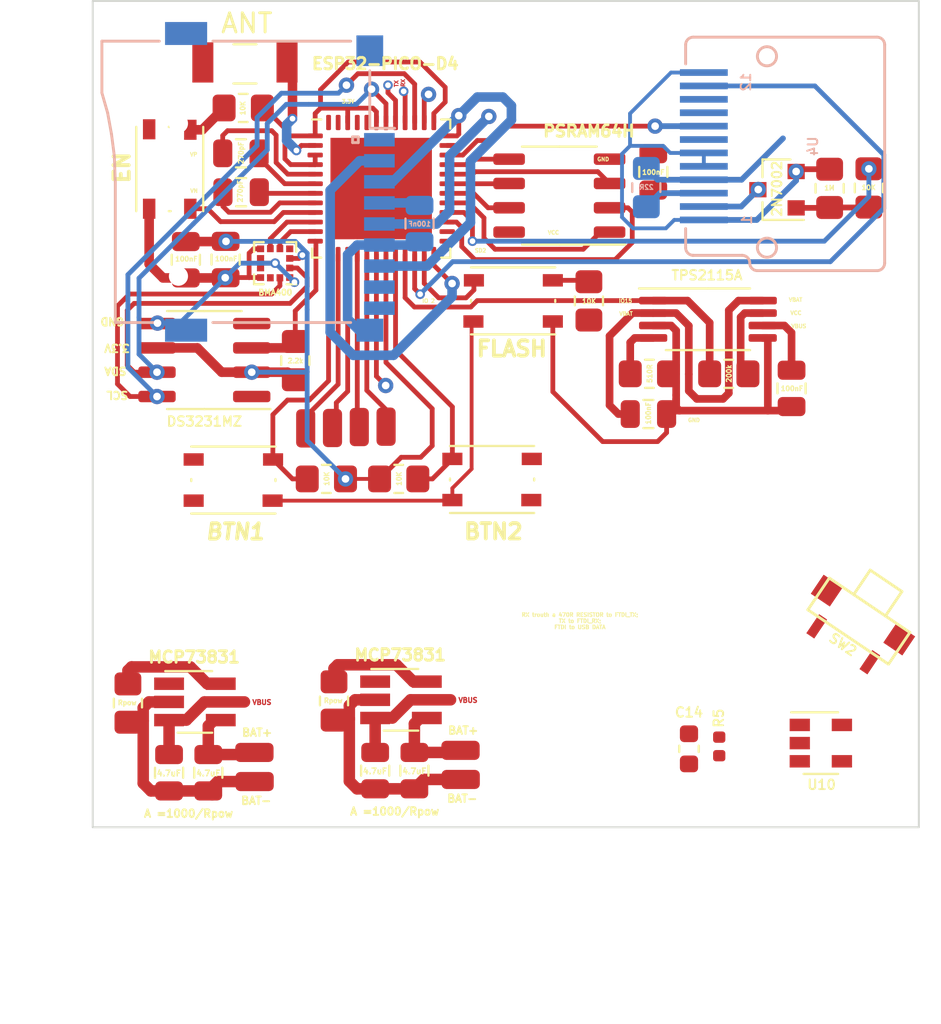
<source format=kicad_pcb>
(kicad_pcb (version 20211014) (generator pcbnew)
  (layers (0 "F.Cu" signal) (31 "B.Cu" signal) (34 "B.Paste" user) (35 "F.Paste" user) (36 "B.SilkS" user "B.Silkscreen") (37 "F.SilkS" user "F.Silkscreen") (38 "B.Mask" user) (39 "F.Mask" user) (44 "Edge.Cuts" user))
  (net 0 "")
  (net 1 "ANT")
  (footprint "Package_TO_SOT_SMD:SOT-23-5" (layer "F.Cu") (at 142.3301 112.3315)
    (fp_text reference "U10")
    (fp_text value "XC6209" hide)
  )
  (footprint "open-Smartwatch:TSSOP-8_4.4x3mm_P0.65mm" (layer "F.Cu") (at 136.43 90.19)
    (fp_text reference "U9" hide)
    (fp_text value "TPS2115A")
  )
  (footprint "Capacitor_SMD:C_0805_2012Metric" (layer "F.Cu") (at 111.225 87.07 -90)
    (fp_text reference "C13" hide)
    (fp_text value "100nF")
  )
  (footprint "Capacitor_SMD:C_0805_2012Metric" (layer "F.Cu") (at 121.09 113.77 -90)
    (fp_text reference "C13" hide)
    (fp_text value "4.7uF")
  )
  (footprint "Capacitor_SMD:C_0805_2012Metric" (layer "F.Cu") (at 133.32 95.14 180)
    (fp_text reference "C13" hide)
    (fp_text value "100nF")
  )
  (footprint "Package_TO_SOT_SMD:SOT-23" (layer "F.Cu") (at 140.04 83.42 180)
    (fp_text reference "Q1" hide)
    (fp_text value "2N7002")
  )
  (footprint "Button_Switch_SMD:SW_Push_1P1T_NO_Vertical_Wuerth_434133025816" (layer "F.Cu") (at 126.25 89.23 180)
    (fp_text reference "REF**" hide)
    (fp_text value "FLASH")
  )
  (footprint "Capacitor_SMD:C_0805_2012Metric" (layer "F.Cu") (at 119.04 113.77 -90)
    (fp_text reference "C13" hide)
    (fp_text value "4.7uF")
  )
  (footprint "Connector_Wire:SolderWirePad_1x01_SMD_1x2mm" (layer "F.Cu") (at 123.5 112.71 -90)
    (fp_text reference "BAT+")
    (fp_text value "SolderWirePad_1x01_SMD_1x2mm")
  )
  (footprint "Connector_Wire:SolderWirePad_1x01_SMD_1x2mm" (layer "F.Cu") (at 112.74 114.34 -90)
    (fp_text reference "BAT-")
    (fp_text value "SolderWirePad_1x01_SMD_1x2mm")
  )
  (footprint "open-Smartwatch:LGA-12_2x2mm_P0.5mm" (layer "F.Cu") (at 113.8125 87.26 180)
    (fp_text reference "U2" hide)
    (fp_text value "BMA400")
  )
  (footprint "Capacitor_SMD:C_0805_2012Metric" (layer "F.Cu") (at 112.025 81.52 180)
    (fp_text reference "C13" hide)
    (fp_text value "270pF")
  )
  (footprint "Connector_Wire:SolderWirePad_1x01_SMD_1x2mm" (layer "F.Cu") (at 123.51 114.23 -90)
    (fp_text reference "BAT-")
    (fp_text value "SolderWirePad_1x01_SMD_1x2mm")
  )
  (footprint "" (layer "F.Cu") (at 115.41 95.89 90)
    (fp_text reference "")
    (fp_text value "")
  )
  (footprint "Resistor_SMD:R_0805_2012Metric_Pad1.20x1.40mm_HandSolder" (layer "F.Cu") (at 133.37 93.04 180)
    (fp_text reference "REF**" hide)
    (fp_text value "510R")
  )
  (footprint "Package_TO_SOT_SMD:SOT-23-5_HandSoldering" (layer "F.Cu") (at 109.62 110.18)
    (fp_text reference "REF**" hide)
    (fp_text value "MCP73831")
  )
  (footprint "Resistor_SMD:R_0805_2012Metric_Pad1.20x1.40mm_HandSolder" (layer "F.Cu") (at 144.84 83.33 -90)
    (fp_text reference "REF**" hide)
    (fp_text value "10K")
  )
  (footprint "Resistor_SMD:R_0805_2012Metric_Pad1.20x1.40mm_HandSolder" (layer "F.Cu") (at 116.89 110.13 -90)
    (fp_text reference "REF**" hide)
    (fp_text value "Rpow")
  )
  (footprint "Package_TO_SOT_SMD:SOT-23-5_HandSoldering" (layer "F.Cu") (at 120.39 110.07)
    (fp_text reference "REF**" hide)
    (fp_text value "MCP73831")
  )
  (footprint "Capacitor_SMD:C_0805_2012Metric" (layer "F.Cu") (at 140.8 93.8 -90)
    (fp_text reference "C13" hide)
    (fp_text value "100nF")
  )
  (footprint "Resistor_SMD:R_0402_1005Metric" (layer "F.Cu") (at 137.02 112.505 -90)
    (fp_text reference "R5")
    (fp_text value "0R")
  )
  (footprint "Capacitor_SMD:C_0805_2012Metric" (layer "F.Cu") (at 108.27 113.88 -90)
    (fp_text reference "C13" hide)
    (fp_text value "4.7uF")
  )
  (footprint "Resistor_SMD:R_0805_2012Metric_Pad1.20x1.40mm_HandSolder" (layer "F.Cu") (at 114.865 92.35 90)
    (fp_text reference "REF**" hide)
    (fp_text value "2.2k")
  )
  (footprint "Resistor_SMD:R_0805_2012Metric_Pad1.20x1.40mm_HandSolder" (layer "F.Cu") (at 137.52 93.04 180)
    (fp_text reference "REF**" hide)
    (fp_text value "200k")
  )
  (footprint "Capacitor_SMD:C_0805_2012Metric" (layer "F.Cu") (at 133.575 82.49 90)
    (fp_text reference "C13" hide)
    (fp_text value "100nF")
  )
  (footprint "Package_SO:SOP-8_3.9x4.9mm_P1.27mm" (layer "F.Cu") (at 128.665 83.73 180)
    (fp_text reference "U3" hide)
    (fp_text value "PSRAM64H")
  )
  (footprint "Button_Switch_SMD:SW_Push_1P1T_NO_Vertical_Wuerth_434133025816" (layer "F.Cu") (at 125.15 98.56)
    (fp_text reference "REF**" hide)
    (fp_text value "BTN2")
  )
  (footprint "Resistor_SMD:R_0805_2012Metric_Pad1.20x1.40mm_HandSolder" (layer "F.Cu") (at 120.27 98.53 180)
    (fp_text reference "REF**" hide)
    (fp_text value "10K")
  )
  (footprint "Connector_Wire:SolderWirePad_1x01_SMD_1x2mm" (layer "F.Cu") (at 112.73 112.82 -90)
    (fp_text reference "BAT+")
    (fp_text value "SolderWirePad_1x01_SMD_1x2mm")
  )
  (footprint "" (layer "F.Cu") (at 116.81 95.87 90)
    (fp_text reference "")
    (fp_text value "")
  )
  (footprint "Capacitor_SMD:C_0805_2012Metric" (layer "F.Cu") (at 112.035 83.55 180)
    (fp_text reference "C13" hide)
    (fp_text value "270pF")
  )
  (footprint "open-Smartwatch:button_side_smd" (layer "F.Cu") (at 144.318572 105.959135 56)
    (fp_text reference "SW2")
    (fp_text value "SW_Push")
  )
  (footprint "Resistor_SMD:R_0805_2012Metric_Pad1.20x1.40mm_HandSolder" (layer "F.Cu") (at 116.49 98.53 180)
    (fp_text reference "REF**" hide)
    (fp_text value "10K")
  )
  (footprint "Package_DFN_QFN:QFN-48-1EP_7x7mm_P0.5mm_EP5.3x5.3mm" (layer "F.Cu") (at 119.355 83.36)
    (fp_text reference "REF**" hide)
    (fp_text value "ESP32-PICO-D4")
  )
  (footprint "Resistor_SMD:R_0805_2012Metric_Pad1.20x1.40mm_HandSolder" (layer "F.Cu") (at 106.12 110.24 -90)
    (fp_text reference "REF**" hide)
    (fp_text value "Rpow")
  )
  (footprint "Inductor_SMD:L_TracoPower_TCK-047_5.2x5.8mm" (layer "F.Cu") (at 112.235 75.0725)
    (fp_text reference "REF**" hide)
    (fp_text value "ANT")
  )
  (footprint "Resistor_SMD:R_0805_2012Metric_Pad1.20x1.40mm_HandSolder" (layer "F.Cu") (at 142.79 83.35 -90)
    (fp_text reference "REF**" hide)
    (fp_text value "1M")
  )
  (footprint "" (layer "F.Cu") (at 119.61 95.8 90)
    (fp_text reference "")
    (fp_text value "")
  )
  (footprint "Button_Switch_SMD:SW_Push_1P1T_NO_Vertical_Wuerth_434133025816" (layer "F.Cu") (at 111.63 98.59)
    (fp_text reference "REF**" hide)
    (fp_text value "BTN1")
  )
  (footprint "Button_Switch_SMD:SW_Push_1P1T_NO_Vertical_Wuerth_434133025816" (layer "F.Cu") (at 108.305 82.34 90)
    (fp_text reference "REF**" hide)
    (fp_text value "EN")
  )
  (footprint "Resistor_SMD:R_0805_2012Metric_Pad1.20x1.40mm_HandSolder" (layer "F.Cu") (at 130.21 89.23 90)
    (fp_text reference "REF**" hide)
    (fp_text value "10K")
  )
  (footprint "Capacitor_SMD:C_0603_1608Metric" (layer "F.Cu") (at 135.4401 112.6315 -90)
    (fp_text reference "C14")
    (fp_text value "0.1u")
  )
  (footprint "" (layer "F.Cu") (at 118.21 95.82)
    (fp_text reference "")
    (fp_text value "")
  )
  (footprint "Package_SO:SOIC-8_3.9x4.9mm_P1.27mm" (layer "F.Cu") (at 110.115 92.32 180)
    (fp_text reference "U1" hide)
    (fp_text value "DS3231MZ")
  )
  (footprint "Capacitor_SMD:C_0805_2012Metric" (layer "F.Cu") (at 109.145 87.08 -90)
    (fp_text reference "C13" hide)
    (fp_text value "100nF")
  )
  (footprint "Capacitor_SMD:C_0805_2012Metric" (layer "F.Cu") (at 110.32 113.88 -90)
    (fp_text reference "C13" hide)
    (fp_text value "4.7uF")
  )
  (footprint "Resistor_SMD:R_0805_2012Metric_Pad1.20x1.40mm_HandSolder" (layer "F.Cu") (at 112.145 79.15)
    (fp_text reference "REF**" hide)
    (fp_text value "10K")
  )
  (footprint "open-Smartwatch:Conn_uSDcard" (layer "B.Cu") (at 108.76 83.01 90)
    (fp_text reference "XS1")
    (fp_text value "SD_ebay-uSD-push_push_SMD")
  )
  (footprint "open-Smartwatch:GC9A01_IPS_display" (layer "B.Cu") (at 136.465 81.15 90)
    (fp_text reference "U4")
    (fp_text value "GC9A01_IPS_display")
  )
  (footprint "Resistor_SMD:R_0805_2012Metric_Pad1.20x1.40mm_HandSolder" (layer "B.Cu") (at 133.21 83.31 -90)
    (fp_text reference "REF**" hide)
    (fp_text value "22R")
  )
  (footprint "Capacitor_SMD:C_0805_2012Metric" (layer "B.Cu") (at 121.36 85.19 90)
    (fp_text reference "C13" hide)
    (fp_text value "100nF")
  )
  (gr_rect (start 104.28 73.56) (end 147.45 116.73) (layer "Edge.Cuts") (width 0.1) (fill none))
  (gr_text "TX" (at 120.15 77.88 90) (layer "F.Cu") (effects (font (size 0.2 0.2) (thickness 0.05))))
  (gr_text "VBUS" (at 123.89 110.09) (layer "F.Cu") (effects (font (size 0.254 0.254) (thickness 0.0635))))
  (gr_text "RX" (at 120.5 77.84 90) (layer "F.Cu") (effects (font (size 0.2 0.2) (thickness 0.05))))
  (gr_text "VBUS" (at 113.12 110.2) (layer "F.Cu") (effects (font (size 0.254 0.254) (thickness 0.0635))))
  (gr_text "SDA" (at 105.465 92.89 180) (layer "F.SilkS") (effects (font (size 0.4 0.4) (thickness 0.1))))
  (gr_text "IO 2" (at 121.83 89.23) (layer "F.SilkS") (effects (font (size 0.2 0.2) (thickness 0.05))))
  (gr_text "" (at 118.21 95.82) (layer "F.SilkS") (effects (font (size 1.27 1.27))))
  (gr_text "IO15" (at 132.12 89.23) (layer "F.SilkS") (effects (font (size 0.2 0.2) (thickness 0.05))))
  (gr_text "A =1000/Rpow" (at 120.06 115.9) (layer "F.SilkS") (effects (font (size 0.4 0.4) (thickness 0.1))))
  (gr_text "VP" (at 109.555 81.58) (layer "F.SilkS") (effects (font (size 0.2 0.2) (thickness 0.05))))
  (gr_text "VCC" (at 128.355 85.66) (layer "F.SilkS") (effects (font (size 0.2 0.2) (thickness 0.05))))
  (gr_text "GND" (at 105.305 90.3 180) (layer "F.SilkS") (effects (font (size 0.4 0.4) (thickness 0.1))))
  (gr_text "SD2" (at 124.545 86.6) (layer "F.SilkS") (effects (font (size 0.2 0.2) (thickness 0.05))))
  (gr_text "GND" (at 135.7 95.46) (layer "F.SilkS") (effects (font (size 0.2 0.2) (thickness 0.05))))
  (gr_text "VBUS" (at 141.18 90.55) (layer "F.SilkS") (effects (font (size 0.2 0.2) (thickness 0.05))))
  (gr_text "A =1000/Rpow" (at 109.29 116.01) (layer "F.SilkS") (effects (font (size 0.4 0.4) (thickness 0.1))))
  (gr_text "" (at 121.01 95.76) (layer "F.SilkS") (effects (font (size 1.27 1.27))))
  (gr_text "VN" (at 109.575 83.48) (layer "F.SilkS") (effects (font (size 0.2 0.2) (thickness 0.05))))
  (gr_text "RX trouth a 470R RESISTOR to FTDI_TX;\nTX to FTDI_RX;\nFTDI to USB DATA" (at 129.74 105.95) (layer "F.SilkS") (effects (font (size 0.2 0.2) (thickness 0.05))))
  (gr_text "3.3V\n" (at 105.545 91.69 180) (layer "F.SilkS") (effects (font (size 0.4 0.4) (thickness 0.1))))
  (gr_text "VBAT" (at 132.15 89.9) (layer "F.SilkS") (effects (font (size 0.2 0.2) (thickness 0.05))))
  (gr_text "GND" (at 130.955 81.83) (layer "F.SilkS") (effects (font (size 0.2 0.2) (thickness 0.05))))
  (gr_text "3.3V" (at 117.625 78.81) (layer "F.SilkS") (effects (font (size 0.2 0.2) (thickness 0.05))))
  (gr_text "SCL" (at 105.565 94.15 180) (layer "F.SilkS") (effects (font (size 0.4 0.4) (thickness 0.1))))
  (gr_text "VCC" (at 141.03 89.86) (layer "F.SilkS") (effects (font (size 0.2 0.2) (thickness 0.05))))
  (gr_text "VBAT" (at 141.01 89.17) (layer "F.SilkS") (effects (font (size 0.2 0.2) (thickness 0.05))))
  (segment (start 124.185 83.61) (end 124.94 84.365) (width 0.25) (layer "F.Cu") (net 0))
  (segment (start 122.7 78.07) (end 121.38 76.75) (width 0.25) (layer "F.Cu") (net 0))
  (segment (start 124.08 90.4) (end 124.175 90.305) (width 0.2) (layer "F.Cu") (net 0))
  (segment (start 115.6 94.41) (end 114.46 94.41) (width 0.25) (layer "F.Cu") (net 0))
  (segment (start 134.77 90.78) (end 134.77 93.04) (width 0.4) (layer "F.Cu") (net 0))
  (segment (start 123.285 85.11) (end 123.565 85.39) (width 0.25) (layer "F.Cu") (net 0))
  (segment (start 119.94 111.02) (end 120.89 110.07) (width 0.6) (layer "F.Cu") (net 0))
  (segment (start 124.94 84.365) (end 126.04 84.365) (width 0.25) (layer "F.Cu") (net 0))
  (segment (start 120.15 108.24) (end 117.08 108.24) (width 0.6) (layer "F.Cu") (net 0))
  (segment (start 129.915 86.53) (end 130.81 85.635) (width 0.25) (layer "F.Cu") (net 0))
  (segment (start 132.485 89.865) (end 131.29 91.06) (width 0.4) (layer "F.Cu") (net 0))
  (segment (start 115.905 79.91) (end 115.905 80.61) (width 0.25) (layer "F.Cu") (net 0))
  (segment (start 139.2925 89.865) (end 138.355 89.865) (width 0.4) (layer "F.Cu") (net 0))
  (segment (start 117.01 95.67) (end 116.81 95.87) (width 0.25) (layer "F.Cu") (net 0))
  (segment (start 123.945 84.11) (end 124.725 84.89) (width 0.25) (layer "F.Cu") (net 0))
  (segment (start 111.215 86.13) (end 111.225 86.12) (width 0.5) (layer "F.Cu") (net 0))
  (segment (start 119.605 86.81) (end 119.605 92.445) (width 0.25) (layer "F.Cu") (net 0))
  (segment (start 111.215 88.03) (end 111.225 88.02) (width 0.5) (layer "F.Cu") (net 0))
  (segment (start 117.01 94.55) (end 117.01 95.67) (width 0.25) (layer "F.Cu") (net 0))
  (segment (start 112.975 81.77) (end 112.975 81.52) (width 0.25) (layer "F.Cu") (net 0))
  (segment (start 124.725 85.95) (end 125.305 86.53) (width 0.25) (layer "F.Cu") (net 0))
  (segment (start 115.945 86.15) (end 115.945 88.67) (width 0.25) (layer "F.Cu") (net 0))
  (segment (start 111.395 84.6) (end 111.085 84.29) (width 0.25) (layer "F.Cu") (net 0))
  (segment (start 126.04 83.095) (end 126.06 83.115) (width 0.25) (layer "F.Cu") (net 0))
  (segment (start 114.325 81.81) (end 114.325 80.91) (width 0.25) (layer "F.Cu") (net 0))
  (segment (start 134.765 89.865) (end 135.43 90.53) (width 0.4) (layer "F.Cu") (net 0))
  (segment (start 124.2 88.66) (end 124.2 88.155) (width 0.25) (layer "F.Cu") (net 0))
  (segment (start 109.145 88.03) (end 111.215 88.03) (width 0.5) (layer "F.Cu") (net 0))
  (segment (start 137.52 94.05) (end 137.52 89.72) (width 0.4) (layer "F.Cu") (net 0))
  (segment (start 134.94 94.96) (end 134.45 94.96) (width 0.4) (layer "F.Cu") (net 0))
  (segment (start 121.39 88.88) (end 121.105 88.595) (width 0.25) (layer "F.Cu") (net 0))
  (segment (start 106.12 108.54) (end 106.12 109.24) (width 0.6) (layer "F.Cu") (net 0))
  (segment (start 114.47 92.955) (end 114.865 93.35) (width 0.5) (layer "F.Cu") (net 0))
  (segment (start 106.92 111.17) (end 106.92 114.43) (width 0.6) (layer "F.Cu") (net 0))
  (segment (start 110.965 85.09) (end 110.29 84.415) (width 0.25) (layer "F.Cu") (net 0))
  (segment (start 140.59 94.96) (end 140.8 94.75) (width 0.4) (layer "F.Cu") (net 0))
  (segment (start 117.08 108.24) (end 116.89 108.43) (width 0.6) (layer "F.Cu") (net 0))
  (segment (start 118.605 86.81) (end 118.605 93.905) (width 0.25) (layer "F.Cu") (net 0))
  (segment (start 114.46 94.41) (end 113.695 95.175) (width 0.25) (layer "F.Cu") (net 0))
  (segment (start 117.49 98.53) (end 119.27 98.53) (width 0.2) (layer "F.Cu") (net 0))
  (segment (start 122.805 82.61) (end 124.135 82.61) (width 0.25) (layer "F.Cu") (net 0))
  (segment (start 121.38 76.75) (end 117.63 76.75) (width 0.25) (layer "F.Cu") (net 0))
  (segment (start 119.105 79.35) (end 119.105 79.91) (width 0.25) (layer "F.Cu") (net 0))
  (segment (start 114.865 89.75) (end 114.865 91.35) (width 0.25) (layer "F.Cu") (net 0))
  (segment (start 120.105 79.91) (end 120.105 78.755) (width 0.25) (layer "F.Cu") (net 0))
  (segment (start 123.79 89.07) (end 124.2 88.66) (width 0.25) (layer "F.Cu") (net 0))
  (segment (start 132.605 91.165) (end 132.37 91.4) (width 0.4) (layer "F.Cu") (net 0))
  (segment (start 134.27 96.11) (end 134.27 95.14) (width 0.25) (layer "F.Cu") (net 0))
  (segment (start 124.38 80.85) (end 123.62 81.61) (width 0.25) (layer "F.Cu") (net 0))
  (segment (start 133.5675 89.865) (end 132.485 89.865) (width 0.4) (layer "F.Cu") (net 0))
  (segment (start 112.68125 86.51) (end 112.4525 86.73875) (width 0.25) (layer "F.Cu") (net 0))
  (segment (start 108.27 111.13) (end 109.17 111.13) (width 0.6) (layer "F.Cu") (net 0))
  (segment (start 107.22 110.18) (end 106.92 110.48) (width 0.6) (layer "F.Cu") (net 0))
  (segment (start 144.82 84.35) (end 144.84 84.33) (width 0.3) (layer "F.Cu") (net 0))
  (segment (start 119.61 94.91) (end 119.61 95.8) (width 0.25) (layer "F.Cu") (net 0))
  (segment (start 107.23 84.415) (end 107.23 87.305) (width 0.5) (layer "F.Cu") (net 0))
  (segment (start 116.605 86.81) (end 116.605 93.405) (width 0.25) (layer "F.Cu") (net 0))
  (segment (start 142.79 84.35) (end 144.82 84.35) (width 0.3) (layer "F.Cu") (net 0))
  (segment (start 132.25 84.365) (end 131.29 84.365) (width 0.25) (layer "F.Cu") (net 0))
  (segment (start 107.23 87.305) (end 107.955 88.03) (width 0.5) (layer "F.Cu") (net 0))
  (segment (start 111.075 80.59) (end 111.075 81.52) (width 0.25) (layer "F.Cu") (net 0))
  (segment (start 108.27 114.83) (end 110.32 114.83) (width 0.6) (layer "F.Cu") (net 0))
  (segment (start 123.075 94.765) (end 123.075 97.485) (width 0.25) (layer "F.Cu") (net 0))
  (segment (start 114.575 87.01) (end 115.065 87.01) (width 0.25) (layer "F.Cu") (net 0))
  (segment (start 105.575 93.57) (end 106.23 94.225) (width 0.25) (layer "F.Cu") (net 0))
  (segment (start 117.105 93.585) (end 115.41 95.28) (width 0.25) (layer "F.Cu") (net 0))
  (segment (start 113.6325 88.87) (end 106.205 88.87) (width 0.25) (layer "F.Cu") (net 0))
  (segment (start 123.785 82.11) (end 122.805 82.11) (width 0.25) (layer "F.Cu") (net 0))
  (segment (start 114.0625 88.44) (end 113.6325 88.87) (width 0.25) (layer "F.Cu") (net 0))
  (segment (start 122.02 96.8) (end 121.42 97.4) (width 0.25) (layer "F.Cu") (net 0))
  (segment (start 115.905 82.11) (end 114.625 82.11) (width 0.25) (layer "F.Cu") (net 0))
  (segment (start 112.59 91.685) (end 114.53 91.685) (width 0.5) (layer "F.Cu") (net 0))
  (segment (start 114.245 84.61) (end 113.765 85.09) (width 0.25) (layer "F.Cu") (net 0))
  (segment (start 117.605 79.16) (end 118.915 79.16) (width 0.25) (layer "F.Cu") (net 0))
  (segment (start 111.02 92.955) (end 109.75 91.685) (width 0.5) (layer "F.Cu") (net 0))
  (segment (start 142.79 82.35) (end 141.16 82.35) (width 0.3) (layer "F.Cu") (net 0))
  (segment (start 142.77 84.37) (end 142.79 84.35) (width 0.3) (layer "F.Cu") (net 0))
  (segment (start 115.905 81.61) (end 115.905 82.11) (width 0.25) (layer "F.Cu") (net 0))
  (segment (start 121.09 114.72) (end 121.58 114.23) (width 0.6) (layer "F.Cu") (net 0))
  (segment (start 134.77 94.64) (end 134.27 95.14) (width 0.4) (layer "F.Cu") (net 0))
  (segment (start 128.325 90.305) (end 128.325 93.975) (width 0.25) (layer "F.Cu") (net 0))
  (segment (start 119.04 114.72) (end 121.09 114.72) (width 0.6) (layer "F.Cu") (net 0))
  (segment (start 111.235 88.01) (end 111.225 88.02) (width 0.25) (layer "F.Cu") (net 0))
  (segment (start 106.92 110.48) (end 106.92 111.17) (width 0.6) (layer "F.Cu") (net 0))
  (segment (start 109.75 91.685) (end 107.64 91.685) (width 0.5) (layer "F.Cu") (net 0))
  (segment (start 122.105 79.435) (end 122.7 78.84) (width 0.25) (layer "F.Cu") (net 0))
  (segment (start 133.5675 89.215) (end 124.375 89.215) (width 0.25) (layer "F.Cu") (net 0))
  (segment (start 112.4525 86.73875) (end 112.4525 88.0125) (width 0.25) (layer "F.Cu") (net 0))
  (segment (start 133.5675 89.865) (end 134.765 89.865) (width 0.4) (layer "F.Cu") (net 0))
  (segment (start 120.89 110.07) (end 122.98 110.07) (width 0.6) (layer "F.Cu") (net 0))
  (segment (start 118.605 93.905) (end 119.61 94.91) (width 0.25) (layer "F.Cu") (net 0))
  (segment (start 122.805 85.11) (end 123.285 85.11) (width 0.25) (layer "F.Cu") (net 0))
  (segment (start 140.8 90.89) (end 140.8 92.85) (width 0.4) (layer "F.Cu") (net 0))
  (segment (start 122.03 98.53) (end 121.27 98.53) (width 0.25) (layer "F.Cu") (net 0))
  (segment (start 110.32 114.83) (end 110.81 114.34) (width 0.6) (layer "F.Cu") (net 0))
  (segment (start 131.29 94.68) (end 131.75 95.14) (width 0.4) (layer "F.Cu") (net 0))
  (segment (start 135.85 94.35) (end 137.22 94.35) (width 0.4) (layer "F.Cu") (net 0))
  (segment (start 113.565 84.6) (end 111.395 84.6) (width 0.25) (layer "F.Cu") (net 0))
  (segment (start 135.365 89.215) (end 133.5675 89.215) (width 0.4) (layer "F.Cu") (net 0))
  (segment (start 119.27 98.53) (end 119.26 98.52) (width 0.25) (layer "F.Cu") (net 0))
  (segment (start 118.915 79.16) (end 119.105 79.35) (width 0.25) (layer "F.Cu") (net 0))
  (segment (start 121.74 109.12) (end 121.03 109.12) (width 0.6) (layer "F.Cu") (net 0))
  (segment (start 120.105 86.81) (end 120.105 91.795) (width 0.25) (layer "F.Cu") (net 0))
  (segment (start 115.485 88.47) (end 114.595 89.36) (width 0.25) (layer "F.Cu") (net 0))
  (segment (start 114.625 82.11) (end 114.325 81.81) (width 0.25) (layer "F.Cu") (net 0))
  (segment (start 120.4 97.4) (end 119.27 98.53) (width 0.25) (layer "F.Cu") (net 0))
  (segment (start 123.565 85.39) (end 123.565 86.39) (width 0.25) (layer "F.Cu") (net 0))
  (segment (start 112.62 112.93) (end 112.73 112.82) (width 0.6) (layer "F.Cu") (net 0))
  (segment (start 121.03 109.12) (end 120.15 108.24) (width 0.6) (layer "F.Cu") (net 0))
  (segment (start 122.36 89.07) (end 123.79 89.07) (width 0.25) (layer "F.Cu") (net 0))
  (segment (start 121.105 88.595) (end 121.105 86.81) (width 0.25) (layer "F.Cu") (net 0))
  (segment (start 114.055 84.11) (end 113.565 84.6) (width 0.25) (layer "F.Cu") (net 0))
  (segment (start 134.37 93.04) (end 134.77 93.44) (width 0.4) (layer "F.Cu") (net 0))
  (segment (start 121.105 77.905) (end 121.105 79.91) (width 0.25) (layer "F.Cu") (net 0))
  (segment (start 114.325 80.91) (end 114.325 80.61) (width 0.25) (layer "F.Cu") (net 0))
  (segment (start 115.065 87.01) (end 115.235 86.84) (width 0.25) (layer "F.Cu") (net 0))
  (segment (start 124.07 81.825) (end 123.785 82.11) (width 0.25) (layer "F.Cu") (net 0))
  (segment (start 106.205 88.87) (end 105.575 89.5) (width 0.25) (layer "F.Cu") (net 0))
  (segment (start 115.905 79.44) (end 115.905 79.91) (width 0.25) (layer "F.Cu") (net 0))
  (segment (start 138.14 90.08) (end 138.14 92.66) (width 0.4) (layer "F.Cu") (net 0))
  (segment (start 135.43 93.06) (end 135.43 93.93) (width 0.4) (layer "F.Cu") (net 0))
  (segment (start 113.695 97.505) (end 114.72 98.53) (width 0.25) (layer "F.Cu") (net 0))
  (segment (start 134.77 94.39) (end 134.77 94.79) (width 0.4) (layer "F.Cu") (net 0))
  (segment (start 124.125 85.06) (end 123.675 84.61) (width 0.25) (layer "F.Cu") (net 0))
  (segment (start 115.905 82.61) (end 114.475 82.61) (width 0.25) (layer "F.Cu") (net 0))
  (segment (start 123.045 99.665) (end 123.075 99.635) (width 0.2) (layer "F.Cu") (net 0))
  (segment (start 117.63 76.75) (end 116.185 78.195) (width 0.25) (layer "F.Cu") (net 0))
  (segment (start 121.605 86.81) (end 121.605 88.315) (width 0.25) (layer "F.Cu") (net 0))
  (segment (start 119.04 112.77) (end 119.04 111.02) (width 0.6) (layer "F.Cu") (net 0))
  (segment (start 113.0675 87.26) (end 113.05 87.2775) (width 0.25) (layer "F.Cu") (net 0))
  (segment (start 110.62 111.13) (end 110.97 111.13) (width 0.6) (layer "F.Cu") (net 0))
  (segment (start 113.865 80.57) (end 113.635 80.34) (width 0.25) (layer "F.Cu") (net 0))
  (segment (start 141.16 82.35) (end 141.04 82.47) (width 0.3) (layer "F.Cu") (net 0))
  (segment (start 114.975 87.51) (end 115.485 88.02) (width 0.25) (layer "F.Cu") (net 0))
  (segment (start 134.77 93.44) (end 134.77 94.15) (width 0.4) (layer "F.Cu") (net 0))
  (segment (start 114.435 85.11) (end 113.5625 85.9825) (width 0.25) (layer "F.Cu") (net 0))
  (segment (start 124.98 79.595) (end 123.465 81.11) (width 0.25) (layer "F.Cu") (net 0))
  (segment (start 121.605 78.665) (end 121.83 78.44) (width 0.25) (layer "F.Cu") (net 0))
  (segment (start 133.67 80.1) (end 125.85 80.1) (width 0.25) (layer "F.Cu") (net 0))
  (segment (start 124.08 98.01) (end 124.08 90.4) (width 0.2) (layer "F.Cu") (net 0))
  (segment (start 112.4525 88.0125) (end 112.455 88.01) (width 0.25) (layer "F.Cu") (net 0))
  (segment (start 110.32 112.93) (end 112.62 112.93) (width 0.6) (layer "F.Cu") (net 0))
  (segment (start 109.145 86.13) (end 111.215 86.13) (width 0.5) (layer "F.Cu") (net 0))
  (segment (start 134.94 94.96) (end 139.56 94.96) (width 0.4) (layer "F.Cu") (net 0))
  (segment (start 106.31 108.35) (end 106.12 108.54) (width 0.6) (layer "F.Cu") (net 0))
  (segment (start 123.565 86.39) (end 124.245 87.07) (width 0.25) (layer "F.Cu") (net 0))
  (segment (start 139.2925 90.515) (end 140.425 90.515) (width 0.4) (layer "F.Cu") (net 0))
  (segment (start 122.805 84.11) (end 123.945 84.11) (width 0.25) (layer "F.Cu") (net 0))
  (segment (start 134.77 93.04) (end 134.37 93.04) (width 0.4) (layer "F.Cu") (net 0))
  (segment (start 124.125 86.11) (end 124.125 85.06) (width 0.25) (layer "F.Cu") (net 0))
  (segment (start 121.42 97.4) (end 120.4 97.4) (width 0.25) (layer "F.Cu") (net 0))
  (segment (start 124.04 89.55) (end 121.09 89.55) (width 0.25) (layer "F.Cu") (net 0))
  (segment (start 119.04 110.07) (end 117.99 110.07) (width 0.6) (layer "F.Cu") (net 0))
  (segment (start 108.27 110.18) (end 107.22 110.18) (width 0.6) (layer "F.Cu") (net 0))
  (segment (start 115.905 86.11) (end 115.945 86.15) (width 0.25) (layer "F.Cu") (net 0))
  (segment (start 124.135 82.61) (end 124.265 82.48) (width 0.25) (layer "F.Cu") (net 0))
  (segment (start 112.455 88.01) (end 113.05 88.01) (width 0.25) (layer "F.Cu") (net 0))
  (segment (start 132.475 86.18) (end 132.475 84.59) (width 0.25) (layer "F.Cu") (net 0))
  (segment (start 121.09 89.55) (end 120.605 89.065) (width 0.25) (layer "F.Cu") (net 0))
  (segment (start 121.09 112.82) (end 123.39 112.82) (width 0.6) (layer "F.Cu") (net 0))
  (segment (start 113.255 79.15) (end 113.145 79.15) (width 0.25) (layer "F.Cu") (net 0))
  (segment (start 114.0625 86.1725) (end 114.625 85.61) (width 0.25) (layer "F.Cu") (net 0))
  (segment (start 114.625 85.61) (end 115.905 85.61) (width 0.25) (layer "F.Cu") (net 0))
  (segment (start 117.605 93.955) (end 117.01 94.55) (width 0.25) (layer "F.Cu") (net 0))
  (segment (start 114.0625 86.4975) (end 114.0625 86.1725) (width 0.25) (layer "F.Cu") (net 0))
  (segment (start 121.39 111.02) (end 121.74 111.02) (width 0.6) (layer "F.Cu") (net 0))
  (segment (start 113.68 99.665) (end 123.045 99.665) (width 0.2) (layer "F.Cu") (net 0))
  (segment (start 110.81 114.34) (end 112.74 114.34) (width 0.6) (layer "F.Cu") (net 0))
  (segment (start 124.725 84.89) (end 124.725 85.95) (width 0.25) (layer "F.Cu") (net 0))
  (segment (start 126.04 81.825) (end 124.07 81.825) (width 0.25) (layer "F.Cu") (net 0))
  (segment (start 118.09 114.72) (end 119.04 114.72) (width 0.6) (layer "F.Cu") (net 0))
  (segment (start 123.41 80.515) (end 123.41 79.55) (width 0.25) (layer "F.Cu") (net 0))
  (segment (start 113.865 82) (end 113.865 80.57) (width 0.25) (layer "F.Cu") (net 0))
  (segment (start 134.45 94.96) (end 134.27 95.14) (width 0.4) (layer "F.Cu") (net 0))
  (segment (start 111.325 80.34) (end 111.075 80.59) (width 0.25) (layer "F.Cu") (net 0))
  (segment (start 116.605 93.405) (end 115.6 94.41) (width 0.25) (layer "F.Cu") (net 0))
  (segment (start 114.5825 88.01) (end 114.8225 88.25) (width 0.25) (layer "F.Cu") (net 0))
  (segment (start 114.325 80.91) (end 114.325 80.22) (width 0.25) (layer "F.Cu") (net 0))
  (segment (start 137.52 89.72) (end 138.025 89.215) (width 0.4) (layer "F.Cu") (net 0))
  (segment (start 116.89 108.43) (end 116.89 109.13) (width 0.6) (layer "F.Cu") (net 0))
  (segment (start 138.025 89.215) (end 139.2925 89.215) (width 0.4) (layer "F.Cu") (net 0))
  (segment (start 105.575 89.5) (end 105.575 93.57) (width 0.25) (layer "F.Cu") (net 0))
  (segment (start 112.455 88.01) (end 111.235 88.01) (width 0.25) (layer "F.Cu") (net 0))
  (segment (start 115.995 80.61) (end 115.905 80.61) (width 0.25) (layer "F.Cu") (net 0))
  (segment (start 121.09 114.72) (end 121.29 114.92) (width 0.6) (layer "F.Cu") (net 0))
  (segment (start 117.99 110.07) (end 117.69 110.37) (width 0.6) (layer "F.Cu") (net 0))
  (segment (start 119.71 78.36) (end 119.71 77.96) (width 0.25) (layer "F.Cu") (net 0))
  (segment (start 113.05 86.51) (end 112.68125 86.51) (width 0.25) (layer "F.Cu") (net 0))
  (segment (start 114.72 98.53) (end 115.49 98.53) (width 0.25) (layer "F.Cu") (net 0))
  (segment (start 113.05 87.51) (end 113.05 87.2775) (width 0.25) (layer "F.Cu") (net 0))
  (segment (start 117.69 114.32) (end 118.09 114.72) (width 0.6) (layer "F.Cu") (net 0))
  (segment (start 116.185 79.16) (end 115.905 79.44) (width 0.25) (layer "F.Cu") (net 0))
  (segment (start 117.54 77.96) (end 118.14 77.36) (width 0.25) (layer "F.Cu") (net 0))
  (segment (start 114.575 88.01) (end 114.5825 88.01) (width 0.25) (layer "F.Cu") (net 0))
  (segment (start 106.085 89.72) (end 106.085 92.59) (width 0.25) (layer "F.Cu") (net 0))
  (segment (start 130.81 85.635) (end 131.29 85.635) (width 0.25) (layer "F.Cu") (net 0))
  (segment (start 115.485 88.02) (end 115.485 88.47) (width 0.25) (layer "F.Cu") (net 0))
  (segment (start 114.595 89.36) (end 106.445 89.36) (width 0.25) (layer "F.Cu") (net 0))
  (segment (start 107.32 114.83) (end 108.27 114.83) (width 0.6) (layer "F.Cu") (net 0))
  (segment (start 123.465 81.11) (end 122.805 81.11) (width 0.25) (layer "F.Cu") (net 0))
  (segment (start 136.52 93.04) (end 136.52 90.37) (width 0.4) (layer "F.Cu") (net 0))
  (segment (start 125.85 80.1) (end 125.1 80.85) (width 0.25) (layer "F.Cu") (net 0))
  (segment (start 130.93 96.58) (end 133.8 96.58) (width 0.25) (layer "F.Cu") (net 0))
  (segment (start 132.37 91.4) (end 132.37 93.04) (width 0.4) (layer "F.Cu") (net 0))
  (segment (start 136.52 90.37) (end 135.365 89.215) (width 0.4) (layer "F.Cu") (net 0))
  (segment (start 115.905 85.11) (end 114.435 85.11) (width 0.25) (layer "F.Cu") (net 0))
  (segment (start 107.955 88.03) (end 109.145 88.03) (width 0.5) (layer "F.Cu") (net 0))
  (segment (start 123.075 97.485) (end 122.03 98.53) (width 0.25) (layer "F.Cu") (net 0))
  (segment (start 138.355 89.865) (end 138.14 90.08) (width 0.4) (layer "F.Cu") (net 0))
  (segment (start 131.29 91.06) (end 131.29 94.68) (width 0.4) (layer "F.Cu") (net 0))
  (segment (start 122.805 80.61) (end 123.315 80.61) (width 0.25) (layer "F.Cu") (net 0))
  (segment (start 121.605 79.91) (end 121.605 78.665) (width 0.25) (layer "F.Cu") (net 0))
  (segment (start 115.905 83.61) (end 113.045 83.61) (width 0.25) (layer "F.Cu") (net 0))
  (segment (start 120.105 91.795) (end 123.075 94.765) (width 0.25) (layer "F.Cu") (net 0))
  (segment (start 125.1 80.85) (end 124.38 80.85) (width 0.25) (layer "F.Cu") (net 0))
  (segment (start 113.635 80.34) (end 111.325 80.34) (width 0.25) (layer "F.Cu") (net 0))
  (segment (start 115.945 88.67) (end 114.865 89.75) (width 0.25) (layer "F.Cu") (net 0))
  (segment (start 106.085 92.59) (end 106.45 92.955) (width 0.25) (layer "F.Cu") (net 0))
  (segment (start 120.605 89.065) (end 120.605 86.81) (width 0.25) (layer "F.Cu") (net 0))
  (segment (start 135.43 93.93) (end 135.85 94.35) (width 0.4) (layer "F.Cu") (net 0))
  (segment (start 124.245 87.07) (end 131.585 87.07) (width 0.25) (layer "F.Cu") (net 0))
  (segment (start 133.8 96.58) (end 134.27 96.11) (width 0.25) (layer "F.Cu") (net 0))
  (segment (start 120.605 79.91) (end 120.605 78.355) (width 0.25) (layer "F.Cu") (net 0))
  (segment (start 114.575 87.51) (end 114.975 87.51) (width 0.25) (layer "F.Cu") (net 0))
  (segment (start 135.43 90.53) (end 135.43 93.06) (width 0.4) (layer "F.Cu") (net 0))
  (segment (start 110.32 112.93) (end 110.32 111.43) (width 0.6) (layer "F.Cu") (net 0))
  (segment (start 123.315 80.61) (end 123.41 80.515) (width 0.25) (layer "F.Cu") (net 0))
  (segment (start 115.905 83.11) (end 114.315 83.11) (width 0.25) (layer "F.Cu") (net 0))
  (segment (start 139.56 94.96) (end 139.56 91.165) (width 0.4) (layer "F.Cu") (net 0))
  (segment (start 122.105 79.91) (end 122.105 79.435) (width 0.25) (layer "F.Cu") (net 0))
  (segment (start 123.075 99.635) (end 123.075 99.015) (width 0.2) (layer "F.Cu") (net 0))
  (segment (start 110.26 109.23) (end 109.38 108.35) (width 0.6) (layer "F.Cu") (net 0))
  (segment (start 110.32 114.83) (end 110.52 115.03) (width 0.6) (layer "F.Cu") (net 0))
  (segment (start 121.58 114.23) (end 123.51 114.23) (width 0.6) (layer "F.Cu") (net 0))
  (segment (start 126.025 83.11) (end 126.04 83.095) (width 0.25) (layer "F.Cu") (net 0))
  (segment (start 120.56 77.36) (end 121.105 77.905) (width 0.25) (layer "F.Cu") (net 0))
  (segment (start 119.605 78.925) (end 119.605 79.91) (width 0.25) (layer "F.Cu") (net 0))
  (segment (start 139.56 94.96) (end 140.59 94.96) (width 0.4) (layer "F.Cu") (net 0))
  (segment (start 115.905 84.11) (end 114.055 84.11) (width 0.25) (layer "F.Cu") (net 0))
  (segment (start 113.045 83.61) (end 112.985 83.55) (width 0.25) (layer "F.Cu") (net 0))
  (segment (start 121.605 88.315) (end 122.36 89.07) (width 0.25) (layer "F.Cu") (net 0))
  (segment (start 109.17 111.13) (end 110.12 110.18) (width 0.6) (layer "F.Cu") (net 0))
  (segment (start 134.505 90.515) (end 134.77 90.78) (width 0.4) (layer "F.Cu") (net 0))
  (segment (start 114.0625 88.0225) (end 114.0625 88.44) (width 0.25) (layer "F.Cu") (net 0))
  (segment (start 131.75 95.14) (end 132.37 95.14) (width 0.4) (layer "F.Cu") (net 0))
  (segment (start 122.02 94.86) (end 122.02 96.8) (width 0.25) (layer "F.Cu") (net 0))
  (segment (start 123.62 81.61) (end 122.805 81.61) (width 0.25) (layer "F.Cu") (net 0))
  (segment (start 112.59 92.955) (end 111.02 92.955) (width 0.5) (layer "F.Cu") (net 0))
  (segment (start 128.325 93.975) (end 130.93 96.58) (width 0.25) (layer "F.Cu") (net 0))
  (segment (start 125.305 86.53) (end 129.915 86.53) (width 0.25) (layer "F.Cu") (net 0))
  (segment (start 106.92 114.43) (end 107.32 114.83) (width 0.6) (layer "F.Cu") (net 0))
  (segment (start 117.69 111.06) (end 117.69 114.32) (width 0.6) (layer "F.Cu") (net 0))
  (segment (start 122.105 87.365) (end 122.105 86.81) (width 0.25) (layer "F.Cu") (net 0))
  (segment (start 118.14 77.36) (end 120.56 77.36) (width 0.25) (layer "F.Cu") (net 0))
  (segment (start 119.105 93.165) (end 119.59 93.65) (width 0.25) (layer "F.Cu") (net 0))
  (segment (start 120.605 78.355) (end 120.53 78.28) (width 0.25) (layer "F.Cu") (net 0))
  (segment (start 114.315 83.11) (end 112.975 81.77) (width 0.25) (layer "F.Cu") (net 0))
  (segment (start 110.97 109.23) (end 110.26 109.23) (width 0.6) (layer "F.Cu") (net 0))
  (segment (start 118.105 86.81) (end 118.105 95.715) (width 0.25) (layer "F.Cu") (net 0))
  (segment (start 115.41 95.28) (end 115.41 95.89) (width 0.25) (layer "F.Cu") (net 0))
  (segment (start 138.14 92.66) (end 138.52 93.04) (width 0.4) (layer "F.Cu") (net 0))
  (segment (start 112.59 92.955) (end 114.47 92.955) (width 0.5) (layer "F.Cu") (net 0))
  (segment (start 110.12 110.18) (end 112.21 110.18) (width 0.6) (layer "F.Cu") (net 0))
  (segment (start 119.04 111.02) (end 119.94 111.02) (width 0.6) (layer "F.Cu") (net 0))
  (segment (start 111.085 84.29) (end 111.085 83.55) (width 0.25) (layer "F.Cu") (net 0))
  (segment (start 133.5675 90.515) (end 134.505 90.515) (width 0.4) (layer "F.Cu") (net 0))
  (segment (start 134.77 94.79) (end 134.94 94.96) (width 0.4) (layer "F.Cu") (net 0))
  (segment (start 132.475 84.59) (end 132.25 84.365) (width 0.25) (layer "F.Cu") (net 0))
  (segment (start 117.105 86.81) (end 117.105 93.585) (width 0.25) (layer "F.Cu") (net 0))
  (segment (start 108.27 112.88) (end 108.27 111.13) (width 0.6) (layer "F.Cu") (net 0))
  (segment (start 120.105 78.755) (end 119.71 78.36) (width 0.25) (layer "F.Cu") (net 0))
  (segment (start 118.85 78.17) (end 119.605 78.925) (width 0.25) (layer "F.Cu") (net 0))
  (segment (start 113.8125 87.26) (end 113.0675 87.26) (width 0.25) (layer "F.Cu") (net 0))
  (segment (start 110.29 84.415) (end 109.38 84.415) (width 0.25) (layer "F.Cu") (net 0))
  (segment (start 123.39 112.82) (end 123.5 112.71) (width 0.6) (layer "F.Cu") (net 0))
  (segment (start 106.23 94.225) (end 107.64 94.225) (width 0.25) (layer "F.Cu") (net 0))
  (segment (start 114.475 82.61) (end 113.865 82) (width 0.25) (layer "F.Cu") (net 0))
  (segment (start 114.325 80.22) (end 113.255 79.15) (width 0.25) (layer "F.Cu") (net 0))
  (segment (start 106.85 111.24) (end 106.92 111.17) (width 0.25) (layer "F.Cu") (net 0))
  (segment (start 117.605 86.81) (end 117.605 93.955) (width 0.25) (layer "F.Cu") (net 0))
  (segment (start 123.06 88.32) (end 122.105 87.365) (width 0.25) (layer "F.Cu") (net 0))
  (segment (start 116.185 78.195) (end 116.185 79.16) (width 0.25) (layer "F.Cu") (net 0))
  (segment (start 121.09 112.82) (end 121.09 111.32) (width 0.6) (layer "F.Cu") (net 0))
  (segment (start 119.605 92.445) (end 122.02 94.86) (width 0.25) (layer "F.Cu") (net 0))
  (segment (start 113.05 87.2775) (end 113.05 87.01) (width 0.25) (layer "F.Cu") (net 0))
  (segment (start 124.375 89.215) (end 124.04 89.55) (width 0.25) (layer "F.Cu") (net 0))
  (segment (start 113.695 95.175) (end 113.695 97.505) (width 0.25) (layer "F.Cu") (net 0))
  (segment (start 140.425 90.515) (end 140.8 90.89) (width 0.4) (layer "F.Cu") (net 0))
  (segment (start 113.765 85.09) (end 110.965 85.09) (width 0.25) (layer "F.Cu") (net 0))
  (segment (start 116.89 111.13) (end 117.62 111.13) (width 0.25) (layer "F.Cu") (net 0))
  (segment (start 122.7 78.84) (end 122.7 78.07) (width 0.25) (layer "F.Cu") (net 0))
  (segment (start 114.53 91.685) (end 114.865 91.35) (width 0.5) (layer "F.Cu") (net 0))
  (segment (start 123.675 84.61) (end 122.805 84.61) (width 0.25) (layer "F.Cu") (net 0))
  (segment (start 128.325 88.155) (end 130.135 88.155) (width 0.25) (layer "F.Cu") (net 0))
  (segment (start 106.12 111.24) (end 106.85 111.24) (width 0.25) (layer "F.Cu") (net 0))
  (segment (start 109.38 80.29) (end 110.005 80.29) (width 0.5) (layer "F.Cu") (net 0))
  (segment (start 110.005 80.29) (end 111.145 79.15) (width 0.5) (layer "F.Cu") (net 0))
  (segment (start 109.38 108.35) (end 106.31 108.35) (width 0.6) (layer "F.Cu") (net 0))
  (segment (start 113.5625 85.9825) (end 113.5625 86.4975) (width 0.25) (layer "F.Cu") (net 0))
  (segment (start 117.62 111.13) (end 117.69 111.06) (width 0.25) (layer "F.Cu") (net 0))
  (segment (start 119.105 86.81) (end 119.105 93.165) (width 0.25) (layer "F.Cu") (net 0))
  (segment (start 133.5675 91.165) (end 132.605 91.165) (width 0.4) (layer "F.Cu") (net 0))
  (segment (start 115.905 84.61) (end 114.245 84.61) (width 0.25) (layer "F.Cu") (net 0))
  (segment (start 139.56 91.165) (end 139.2925 91.165) (width 0.4) (layer "F.Cu") (net 0))
  (segment (start 141.04 84.37) (end 142.77 84.37) (width 0.3) (layer "F.Cu") (net 0))
  (segment (start 122.805 83.11) (end 126.025 83.11) (width 0.25) (layer "F.Cu") (net 0))
  (segment (start 118.105 95.715) (end 118.21 95.82) (width 0.25) (layer "F.Cu") (net 0))
  (segment (start 117.605 79.91) (end 117.605 79.16) (width 0.25) (layer "F.Cu") (net 0))
  (segment (start 106.445 89.36) (end 106.085 89.72) (width 0.25) (layer "F.Cu") (net 0))
  (segment (start 121.09 111.32) (end 121.39 111.02) (width 0.6) (layer "F.Cu") (net 0))
  (segment (start 110.32 111.43) (end 110.62 111.13) (width 0.6) (layer "F.Cu") (net 0))
  (segment (start 106.45 92.955) (end 107.64 92.955) (width 0.25) (layer "F.Cu") (net 0))
  (segment (start 134.77 94.15) (end 134.77 94.39) (width 0.4) (layer "F.Cu") (net 0))
  (segment (start 123.075 99.015) (end 124.08 98.01) (width 0.2) (layer "F.Cu") (net 0))
  (segment (start 122.805 83.61) (end 124.185 83.61) (width 0.25) (layer "F.Cu") (net 0))
  (segment (start 124.265 82.48) (end 130.675 82.48) (width 0.25) (layer "F.Cu") (net 0))
  (segment (start 130.675 82.48) (end 131.29 83.095) (width 0.25) (layer "F.Cu") (net 0))
  (segment (start 117.605 79.16) (end 116.185 79.16) (width 0.25) (layer "F.Cu") (net 0))
  (segment (start 130.135 88.155) (end 130.21 88.23) (width 0.25) (layer "F.Cu") (net 0))
  (segment (start 134.77 94.39) (end 134.77 94.64) (width 0.4) (layer "F.Cu") (net 0))
  (segment (start 137.22 94.35) (end 137.52 94.05) (width 0.4) (layer "F.Cu") (net 0))
  (segment (start 131.585 87.07) (end 132.475 86.18) (width 0.25) (layer "F.Cu") (net 0))
  (segment (start 114.325 80.61) (end 115.905 80.61) (width 0.25) (layer "F.Cu") (net 0))
  (segment (start 117.69 110.37) (end 117.69 111.06) (width 0.6) (layer "F.Cu") (net 0))
  (via (at 113.8125 87.26) (size 0.5) (drill 0.3) (layers "F.Cu" "B.Cu") (net 0))
  (via (at 119.71 77.96) (size 0.5) (drill 0.3) (layers "F.Cu" "B.Cu") (net 0))
  (via (at 141.04 82.47) (size 0.8) (drill 0.4) (layers "F.Cu" "B.Cu") (net 0))
  (via (at 107.665 90.39) (size 0.8) (drill 0.4) (layers "F.Cu" "B.Cu") (net 0))
  (via (at 112.59 92.955) (size 0.8) (drill 0.4) (layers "F.Cu" "B.Cu") (net 0))
  (via (at 118.85 78.17) (size 0.8) (drill 0.4) (layers "F.Cu" "B.Cu") (net 0))
  (via (at 139.06 83.41) (size 0.8) (drill 0.4) (layers "F.Cu" "B.Cu") (net 0))
  (via (at 124.125 86.11) (size 0.5) (drill 0.3) (layers "F.Cu" "B.Cu") (net 0))
  (via (at 120.53 78.28) (size 0.5) (drill 0.3) (layers "F.Cu" "B.Cu") (net 0))
  (via (at 123.41 79.55) (size 0.8) (drill 0.4) (layers "F.Cu" "B.Cu") (net 0))
  (via (at 133.67 80.1) (size 0.8) (drill 0.4) (layers "F.Cu" "B.Cu") (net 0))
  (via (at 121.39 88.88) (size 0.5) (drill 0.3) (layers "F.Cu" "B.Cu") (net 0))
  (via (at 114.8225 88.25) (size 0.5) (drill 0.3) (layers "F.Cu" "B.Cu") (net 0))
  (via (at 123.06 88.32) (size 0.8) (drill 0.4) (layers "F.Cu" "B.Cu") (net 0))
  (via (at 115.235 86.84) (size 0.5) (drill 0.3) (layers "F.Cu" "B.Cu") (net 0))
  (via (at 121.83 78.44) (size 0.8) (drill 0.4) (layers "F.Cu" "B.Cu") (net 0))
  (via (at 111.245 86.12) (size 0.8) (drill 0.4) (layers "F.Cu" "B.Cu") (net 0))
  (via (at 111.205 88.02) (size 0.8) (drill 0.4) (layers "F.Cu" "B.Cu") (net 0))
  (via (at 144.84 82.33) (size 0.8) (drill 0.4) (layers "F.Cu" "B.Cu") (net 0))
  (via (at 107.64 92.955) (size 0.8) (drill 0.4) (layers "F.Cu" "B.Cu") (net 0))
  (via (at 119.59 93.65) (size 0.8) (drill 0.4) (layers "F.Cu" "B.Cu") (net 0))
  (via (at 124.98 79.595) (size 0.8) (drill 0.4) (layers "F.Cu" "B.Cu") (net 0))
  (via (at 117.49 98.53) (size 0.8) (drill 0.4) (layers "F.Cu" "B.Cu") (net 0))
  (via (at 107.64 94.225) (size 0.8) (drill 0.4) (layers "F.Cu" "B.Cu") (net 0))
  (via (at 117.54 77.96) (size 0.8) (drill 0.4) (layers "F.Cu" "B.Cu") (net 0))
  (segment (start 142.51 86.11) (end 144.84 83.78) (width 0.25) (layer "B.Cu") (net 0))
  (segment (start 119.26 86.31) (end 121.19 86.31) (width 0.5) (layer "B.Cu") (net 0))
  (segment (start 122.93 81.645) (end 122.93 84.53) (width 0.5) (layer "B.Cu") (net 0))
  (segment (start 117.6 90.17) (end 118.19 90.76) (width 0.5) (layer "B.Cu") (net 0))
  (segment (start 115.385 86.84) (end 115.485 86.74) (width 0.25) (layer "B.Cu") (net 0))
  (segment (start 131.94 84.86) (end 132.52 85.44) (width 0.2) (layer "B.Cu") (net 0))
  (segment (start 120 92.07) (end 117.89 92.07) (width 0.5) (layer "B.Cu") (net 0))
  (segment (start 118.23 81.91) (end 119.26 81.91) (width 0.5) (layer "B.Cu") (net 0))
  (segment (start 123.06 89.01) (end 120 92.07) (width 0.5) (layer "B.Cu") (net 0))
  (segment (start 136.215 82.9) (end 133.8 82.9) (width 0.3) (layer "B.Cu") (net 0))
  (segment (start 126.16 79.78) (end 126.16 79.03) (width 0.5) (layer "B.Cu") (net 0))
  (segment (start 112.87 79.65) (end 113.73 78.79) (width 0.25) (layer "B.Cu") (net 0))
  (segment (start 109.54 85.2) (end 113.4 81.34) (width 0.25) (layer "B.Cu") (net 0))
  (segment (start 132.36 81.13) (end 132.36 79.44) (width 0.2) (layer "B.Cu") (net 0))
  (segment (start 126.16 79.03) (end 125.71 78.58) (width 0.5) (layer "B.Cu") (net 0))
  (segment (start 114.865 86.12) (end 111.245 86.12) (width 0.25) (layer "B.Cu") (net 0))
  (segment (start 134.5 77.3) (end 136.215 77.3) (width 0.2) (layer "B.Cu") (net 0))
  (segment (start 133.8 82.9) (end 133.21 82.31) (width 0.3) (layer "B.Cu") (net 0))
  (segment (start 115.57 78.96) (end 118.06 78.96) (width 0.25) (layer "B.Cu") (net 0))
  (segment (start 112.87 80.33) (end 112.87 79.65) (width 0.25) (layer "B.Cu") (net 0))
  (segment (start 124.02 81.92) (end 126.16 79.78) (width 0.5) (layer "B.Cu") (net 0))
  (segment (start 136.215 81.5) (end 136.215 82.2) (width 0.2) (layer "B.Cu") (net 0))
  (segment (start 106.12 92.705) (end 106.12 90.33) (width 0.25) (layer "B.Cu") (net 0))
  (segment (start 115.465 92.955) (end 115.485 92.935) (width 0.25) (layer "B.Cu") (net 0))
  (segment (start 106.7 90.09) (end 106.7 88.04) (width 0.25) (layer "B.Cu") (net 0))
  (segment (start 134.09 81.13) (end 132.36 81.13) (width 0.2) (layer "B.Cu") (net 0))
  (segment (start 145.62 81.6) (end 142.02 78) (width 0.25) (layer "B.Cu") (net 0))
  (segment (start 118.1 86.31) (end 117.6 86.81) (width 0.5) (layer "B.Cu") (net 0))
  (segment (start 114.8225 88.25) (end 113.8325 87.26) (width 0.25) (layer "B.Cu") (net 0))
  (segment (start 133.67 80.1) (end 136.215 80.1) (width 0.3) (layer "B.Cu") (net 0))
  (segment (start 113.4 79.96) (end 114.4 78.96) (width 0.25) (layer "B.Cu") (net 0))
  (segment (start 112.87 81.11) (end 112.87 80.33) (width 0.25) (layer "B.Cu") (net 0))
  (segment (start 121.39 88.88) (end 123.09 87.18) (width 0.25) (layer "B.Cu") (net 0))
  (segment (start 117.02 78.38) (end 117.12 78.38) (width 0.25) (layer "B.Cu") (net 0))
  (segment (start 113.4 81.34) (end 113.4 79.96) (width 0.25) (layer "B.Cu") (net 0))
  (segment (start 115.485 92.935) (end 115.485 96.525) (width 0.25) (layer "B.Cu") (net 0))
  (segment (start 112.59 92.955) (end 115.465 92.955) (width 0.25) (layer "B.Cu") (net 0))
  (segment (start 106.12 90.33) (end 106.12 87.86) (width 0.25) (layer "B.Cu") (net 0))
  (segment (start 138.98 85) (end 141.04 82.94) (width 0.3) (layer "B.Cu") (net 0))
  (segment (start 107.64 94.225) (end 106.12 92.705) (width 0.25) (layer "B.Cu") (net 0))
  (segment (start 141.04 82.94) (end 141.04 82.47) (width 0.3) (layer "B.Cu") (net 0))
  (segment (start 124.02 85.14) (end 124.02 81.92) (width 0.5) (layer "B.Cu") (net 0))
  (segment (start 115.485 86.74) (end 115.235 86.49) (width 0.25) (layer "B.Cu") (net 0))
  (segment (start 134.46 81.5) (end 134.09 81.13) (width 0.2) (layer "B.Cu") (net 0))
  (segment (start 115.235 86.84) (end 115.385 86.84) (width 0.25) (layer "B.Cu") (net 0))
  (segment (start 136.215 84.3) (end 138.17 84.3) (width 0.3) (layer "B.Cu") (net 0))
  (segment (start 136.215 82.9) (end 138.19 82.9) (width 0.3) (layer "B.Cu") (net 0))
  (segment (start 106.7 92.015) (end 106.7 90.09) (width 0.25) (layer "B.Cu") (net 0))
  (segment (start 125.71 78.58) (end 124.38 78.58) (width 0.5) (layer "B.Cu") (net 0))
  (segment (start 113.73 78.79) (end 114.14 78.38) (width 0.25) (layer "B.Cu") (net 0))
  (segment (start 121.23 84.11) (end 121.36 84.24) (width 0.5) (layer "B.Cu") (net 0))
  (segment (start 119.26 83.01) (end 119.95 83.01) (width 0.5) (layer "B.Cu") (net 0))
  (segment (start 122.93 84.53) (end 122.25 85.21) (width 0.5) (layer "B.Cu") (net 0))
  (segment (start 138.19 82.9) (end 140.35 80.74) (width 0.3) (layer "B.Cu") (net 0))
  (segment (start 136.215 85) (end 138.98 85) (width 0.3) (layer "B.Cu") (net 0))
  (segment (start 124.98 79.595) (end 122.93 81.645) (width 0.5) (layer "B.Cu") (net 0))
  (segment (start 134.67 85) (end 136.215 85) (width 0.2) (layer "B.Cu") (net 0))
  (segment (start 115.235 86.49) (end 114.865 86.12) (width 0.25) (layer "B.Cu") (net 0))
  (segment (start 117.12 78.38) (end 117.54 77.96) (width 0.25) (layer "B.Cu") (net 0))
  (segment (start 121.75 87.41) (end 124.02 85.14) (width 0.5) (layer "B.Cu") (net 0))
  (segment (start 142.02 78) (end 136.215 78) (width 0.25) (layer "B.Cu") (net 0))
  (segment (start 132.36 79.44) (end 134.5 77.3) (width 0.2) (layer "B.Cu") (net 0))
  (segment (start 145.62 84.39) (end 145.62 81.6) (width 0.25) (layer "B.Cu") (net 0))
  (segment (start 138.17 84.3) (end 139.06 83.41) (width 0.3) (layer "B.Cu") (net 0))
  (segment (start 132.52 85.44) (end 134.23 85.44) (width 0.2) (layer "B.Cu") (net 0))
  (segment (start 113.8125 87.26) (end 111.965 87.26) (width 0.25) (layer "B.Cu") (net 0))
  (segment (start 121.19 86.31) (end 121.36 86.14) (width 0.5) (layer "B.Cu") (net 0))
  (segment (start 107.665 90.39) (end 108.835 90.39) (width 0.25) (layer "B.Cu") (net 0))
  (segment (start 106.7 88.04) (end 109.54 85.2) (width 0.25) (layer "B.Cu") (net 0))
  (segment (start 108.835 90.39) (end 111.205 88.02) (width 0.25) (layer "B.Cu") (net 0))
  (segment (start 136.215 83.6) (end 133.92 83.6) (width 0.3) (layer "B.Cu") (net 0))
  (segment (start 112.31 81.67) (end 112.87 81.11) (width 0.25) (layer "B.Cu") (net 0))
  (segment (start 119.26 86.31) (end 118.1 86.31) (width 0.5) (layer "B.Cu") (net 0))
  (segment (start 133.92 83.6) (end 133.21 84.31) (width 0.3) (layer "B.Cu") (net 0))
  (segment (start 122.25 85.21) (end 119.26 85.21) (width 0.5) (layer "B.Cu") (net 0))
  (segment (start 123.09 87.18) (end 142.83 87.18) (width 0.25) (layer "B.Cu") (net 0))
  (segment (start 114.14 78.38) (end 117.02 78.38) (width 0.25) (layer "B.Cu") (net 0))
  (segment (start 142.83 87.18) (end 145.62 84.39) (width 0.25) (layer "B.Cu") (net 0))
  (segment (start 123.06 88.32) (end 123.06 89.01) (width 0.5) (layer "B.Cu") (net 0))
  (segment (start 116.69 83.45) (end 118.23 81.91) (width 0.5) (layer "B.Cu") (net 0))
  (segment (start 116.69 90.87) (end 116.69 83.45) (width 0.5) (layer "B.Cu") (net 0))
  (segment (start 124.125 86.11) (end 142.51 86.11) (width 0.25) (layer "B.Cu") (net 0))
  (segment (start 113.8325 87.26) (end 113.8125 87.26) (width 0.25) (layer "B.Cu") (net 0))
  (segment (start 107.64 92.955) (end 106.7 92.015) (width 0.25) (layer "B.Cu") (net 0))
  (segment (start 115.485 89.685) (end 115.485 92.935) (width 0.25) (layer "B.Cu") (net 0))
  (segment (start 132.36 81.13) (end 131.94 81.55) (width 0.2) (layer "B.Cu") (net 0))
  (segment (start 119.26 87.41) (end 121.75 87.41) (width 0.5) (layer "B.Cu") (net 0))
  (segment (start 106.12 87.86) (end 112.31 81.67) (width 0.25) (layer "B.Cu") (net 0))
  (segment (start 118.06 78.96) (end 118.85 78.17) (width 0.25) (layer "B.Cu") (net 0))
  (segment (start 117.6 86.81) (end 117.6 90.17) (width 0.5) (layer "B.Cu") (net 0))
  (segment (start 124.38 78.58) (end 123.41 79.55) (width 0.5) (layer "B.Cu") (net 0))
  (segment (start 131.94 81.55) (end 131.94 84.86) (width 0.2) (layer "B.Cu") (net 0))
  (segment (start 115.485 96.525) (end 117.49 98.53) (width 0.25) (layer "B.Cu") (net 0))
  (segment (start 134.23 85.44) (end 134.67 85) (width 0.2) (layer "B.Cu") (net 0))
  (segment (start 144.84 83.78) (end 144.84 82.33) (width 0.25) (layer "B.Cu") (net 0))
  (segment (start 111.965 87.26) (end 111.205 88.02) (width 0.25) (layer "B.Cu") (net 0))
  (segment (start 119.26 84.11) (end 121.23 84.11) (width 0.5) (layer "B.Cu") (net 0))
  (segment (start 114.4 78.96) (end 115.57 78.96) (width 0.25) (layer "B.Cu") (net 0))
  (segment (start 136.215 81.5) (end 134.46 81.5) (width 0.2) (layer "B.Cu") (net 0))
  (segment (start 118.19 90.76) (end 118.76 90.76) (width 0.5) (layer "B.Cu") (net 0))
  (segment (start 115.485 89.685) (end 115.485 86.74) (width 0.25) (layer "B.Cu") (net 0))
  (segment (start 117.89 92.07) (end 116.69 90.87) (width 0.5) (layer "B.Cu") (net 0))
  (segment (start 119.95 83.01) (end 123.41 79.55) (width 0.5) (layer "B.Cu") (net 0))
  (segment (start 114.72 77.0575) (end 114.435 76.7725) (width 0.5) (layer "F.Cu") (net 1))
  (segment (start 115.185 81.11) (end 115.905 81.11) (width 0.25) (layer "F.Cu") (net 1))
  (segment (start 114.72 79.71) (end 114.72 77.0575) (width 0.5) (layer "F.Cu") (net 1))
  (segment (start 114.925 81.37) (end 115.185 81.11) (width 0.25) (layer "F.Cu") (net 1))
  (via (at 114.72 79.71) (size 0.5) (drill 0.3) (layers "F.Cu" "B.Cu") (net 1))
  (via (at 114.925 81.37) (size 0.5) (drill 0.3) (layers "F.Cu" "B.Cu") (net 1))
  (segment (start 114.415 80.015) (end 114.415 80.86) (width 0.5) (layer "B.Cu") (net 1))
  (segment (start 114.72 79.71) (end 114.415 80.015) (width 0.5) (layer "B.Cu") (net 1))
  (segment (start 114.415 80.86) (end 114.925 81.37) (width 0.5) (layer "B.Cu") (net 1))
)
</source>
